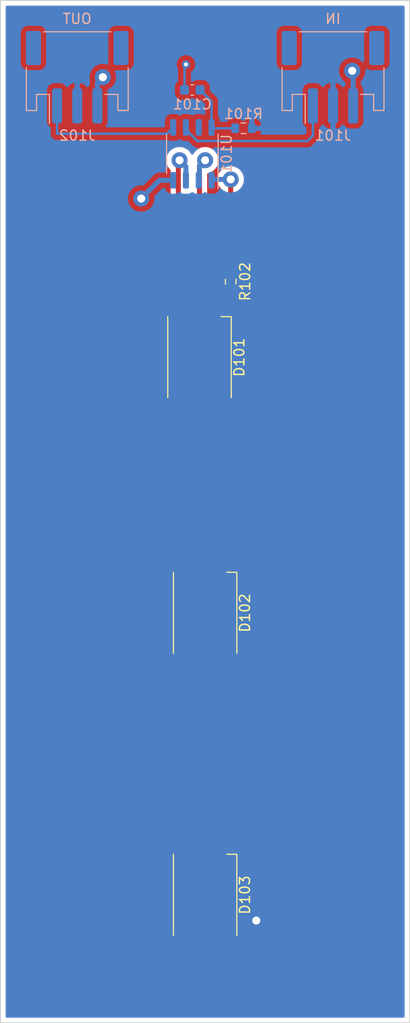
<source format=kicad_pcb>
(kicad_pcb (version 20211014) (generator pcbnew)
  (layers (0 "F.Cu" signal) (31 "B.Cu" signal) (34 "B.Paste" user) (35 "F.Paste" user) (36 "B.SilkS" user "B.Silkscreen") (37 "F.SilkS" user "F.Silkscreen") (38 "B.Mask" user) (39 "F.Mask" user) (44 "Edge.Cuts" user))
  (net 0 "")
  (net 1 "GND")
  (net 2 "Net-(C101-Pad2)")
  (net 3 "Net-(D101-Pad1)")
  (net 4 "Net-(D101-Pad2)")
  (net 5 "Net-(D101-Pad4)")
  (net 6 "Net-(D101-Pad5)")
  (net 7 "Net-(D101-Pad6)")
  (net 8 "Net-(D102-Pad4)")
  (net 9 "Net-(D102-Pad5)")
  (net 10 "Net-(D102-Pad6)")
  (net 11 "+12V")
  (net 12 "Net-(J101-Pad1)")
  (net 13 "Net-(J102-Pad1)")
  (net 14 "Net-(R102-Pad1)")
  (footprint "LED_SMD:LED_RGB_Cree-PLCC-6_6x5mm_P2.1mm" (layer "F.Cu") (at 123.9 73.57 -90)
    (fp_text reference "D101" (at 0 -3.95 90) (layer "F.SilkS"))
    (fp_text value "LED_RGB")
    (fp_line (start -4.05 -2.15) (end -4.05 -3.15) (layer "F.SilkS") (width 0.12))
    (fp_line (start -4.05 3.15) (end 4 3.15) (layer "F.SilkS") (width 0.12))
    (fp_line (start -4.05 -3.15) (end 4 -3.15) (layer "F.SilkS") (width 0.12))
    (pad "1" smd rect (at -2.45 -2.1 270) (size 2.6 1.6) (layers "F.Cu" "F.Paste" "F.Mask") (net 3 "Net-(D101-Pad1)"))
    (pad "2" smd rect (at -2.45 0 270) (size 2.6 1.6) (layers "F.Cu" "F.Paste" "F.Mask") (net 4 "Net-(D101-Pad2)"))
    (pad "3" smd rect (at -2.45 2.1 270) (size 2.6 1.6) (layers "F.Cu" "F.Paste" "F.Mask") (net 4 "Net-(D101-Pad2)"))
    (pad "4" smd rect (at 2.45 2.1 270) (size 2.6 1.6) (layers "F.Cu" "F.Paste" "F.Mask") (net 5 "Net-(D101-Pad4)"))
    (pad "5" smd rect (at 2.45 0 270) (size 2.6 1.6) (layers "F.Cu" "F.Paste" "F.Mask") (net 6 "Net-(D101-Pad5)"))
    (pad "6" smd rect (at 2.45 -2.1 270) (size 2.6 1.6) (layers "F.Cu" "F.Paste" "F.Mask") (net 7 "Net-(D101-Pad6)"))
  )
  (footprint "LED_SMD:LED_RGB_Cree-PLCC-6_6x5mm_P2.1mm" (layer "F.Cu") (at 124.46 98.97 -90)
    (fp_text reference "D102" (at 0 -3.95 90) (layer "F.SilkS"))
    (fp_text value "LED_RGB")
    (fp_line (start -4.05 -2.15) (end -4.05 -3.15) (layer "F.SilkS") (width 0.12))
    (fp_line (start -4.05 -3.15) (end 4 -3.15) (layer "F.SilkS") (width 0.12))
    (fp_line (start -4.05 3.15) (end 4 3.15) (layer "F.SilkS") (width 0.12))
    (pad "1" smd rect (at -2.45 -2.1 270) (size 2.6 1.6) (layers "F.Cu" "F.Paste" "F.Mask") (net 7 "Net-(D101-Pad6)"))
    (pad "2" smd rect (at -2.45 0 270) (size 2.6 1.6) (layers "F.Cu" "F.Paste" "F.Mask") (net 6 "Net-(D101-Pad5)"))
    (pad "3" smd rect (at -2.45 2.1 270) (size 2.6 1.6) (layers "F.Cu" "F.Paste" "F.Mask") (net 5 "Net-(D101-Pad4)"))
    (pad "4" smd rect (at 2.45 2.1 270) (size 2.6 1.6) (layers "F.Cu" "F.Paste" "F.Mask") (net 8 "Net-(D102-Pad4)"))
    (pad "5" smd rect (at 2.45 0 270) (size 2.6 1.6) (layers "F.Cu" "F.Paste" "F.Mask") (net 9 "Net-(D102-Pad5)"))
    (pad "6" smd rect (at 2.45 -2.1 270) (size 2.6 1.6) (layers "F.Cu" "F.Paste" "F.Mask") (net 10 "Net-(D102-Pad6)"))
  )
  (footprint "Resistor_SMD:R_0603_1608Metric" (layer "F.Cu") (at 127 66.04 -90)
    (fp_text reference "R102" (at 0 -1.43 90) (layer "F.SilkS"))
    (fp_text value "500")
    (fp_line (start -0.237258 0.5225) (end 0.237258 0.5225) (layer "F.SilkS") (width 0.12))
    (fp_line (start -0.237258 -0.5225) (end 0.237258 -0.5225) (layer "F.SilkS") (width 0.12))
    (pad "1" smd roundrect (at -0.825 0 270) (size 0.8 0.95) (layers "F.Cu" "F.Paste" "F.Mask") (net 14 "Net-(R102-Pad1)"))
    (pad "2" smd roundrect (at 0.825 0 270) (size 0.8 0.95) (layers "F.Cu" "F.Paste" "F.Mask") (net 3 "Net-(D101-Pad1)"))
  )
  (footprint "LED_SMD:LED_RGB_Cree-PLCC-6_6x5mm_P2.1mm" (layer "F.Cu") (at 124.46 127 -90)
    (fp_text reference "D103" (at 0 -3.95 90) (layer "F.SilkS"))
    (fp_text value "LED_RGB")
    (fp_line (start -4.05 -2.15) (end -4.05 -3.15) (layer "F.SilkS") (width 0.12))
    (fp_line (start -4.05 3.15) (end 4 3.15) (layer "F.SilkS") (width 0.12))
    (fp_line (start -4.05 -3.15) (end 4 -3.15) (layer "F.SilkS") (width 0.12))
    (pad "1" smd rect (at -2.45 -2.1 270) (size 2.6 1.6) (layers "F.Cu" "F.Paste" "F.Mask") (net 10 "Net-(D102-Pad6)"))
    (pad "2" smd rect (at -2.45 0 270) (size 2.6 1.6) (layers "F.Cu" "F.Paste" "F.Mask") (net 9 "Net-(D102-Pad5)"))
    (pad "3" smd rect (at -2.45 2.1 270) (size 2.6 1.6) (layers "F.Cu" "F.Paste" "F.Mask") (net 8 "Net-(D102-Pad4)"))
    (pad "4" smd rect (at 2.45 2.1 270) (size 2.6 1.6) (layers "F.Cu" "F.Paste" "F.Mask") (net 11 "+12V"))
    (pad "5" smd rect (at 2.45 0 270) (size 2.6 1.6) (layers "F.Cu" "F.Paste" "F.Mask") (net 11 "+12V"))
    (pad "6" smd rect (at 2.45 -2.1 270) (size 2.6 1.6) (layers "F.Cu" "F.Paste" "F.Mask") (net 11 "+12V"))
  )
  (footprint "Connector_JST:JST_PH_S3B-PH-SM4-TB_1x03-1MP_P2.00mm_Horizontal" (layer "B.Cu") (at 111.76 45.72)
    (fp_text reference "J102" (at 0 5.8) (layer "B.SilkS") (effects (justify mirror)))
    (fp_text value "OUT" (at 0 -5.8) (layer "B.SilkS") (effects (justify mirror)))
    (fp_line (start -5.06 3.31) (end -4.04 3.31) (layer "B.SilkS") (width 0.12))
    (fp_line (start -4.04 1.71) (end -2.76 1.71) (layer "B.SilkS") (width 0.12))
    (fp_line (start -3.34 -4.51) (end 3.34 -4.51) (layer "B.SilkS") (width 0.12))
    (fp_line (start -5.06 -0.94) (end -5.06 3.31) (layer "B.SilkS") (width 0.12))
    (fp_line (start 4.04 1.71) (end 2.76 1.71) (layer "B.SilkS") (width 0.12))
    (fp_line (start 5.06 -0.94) (end 5.06 3.31) (layer "B.SilkS") (width 0.12))
    (fp_line (start -4.04 3.31) (end -4.04 1.71) (layer "B.SilkS") (width 0.12))
    (fp_line (start -2.76 1.71) (end -2.76 4.6) (layer "B.SilkS") (width 0.12))
    (fp_line (start 5.06 3.31) (end 4.04 3.31) (layer "B.SilkS") (width 0.12))
    (fp_line (start 4.04 3.31) (end 4.04 1.71) (layer "B.SilkS") (width 0.12))
    (pad "1" smd roundrect (at -2 2.85) (size 1 3.5) (layers "B.Cu" "B.Paste" "B.Mask") (net 13 "Net-(J102-Pad1)"))
    (pad "2" smd roundrect (at 0 2.85) (size 1 3.5) (layers "B.Cu" "B.Paste" "B.Mask") (net 11 "+12V"))
    (pad "3" smd roundrect (at 2 2.85) (size 1 3.5) (layers "B.Cu" "B.Paste" "B.Mask") (net 1 "GND"))
    (pad "MP" smd roundrect (at 4.35 -2.9) (size 1.5 3.4) (layers "B.Cu" "B.Paste" "B.Mask") (roundrect_rratio 0.166667))
    (pad "MP" smd roundrect (at -4.35 -2.9) (size 1.5 3.4) (layers "B.Cu" "B.Paste" "B.Mask") (roundrect_rratio 0.166667))
  )
  (footprint "Package_SO:SOP-8_3.9x4.9mm_P1.27mm" (layer "B.Cu") (at 123.19 53.34 90)
    (fp_text reference "U101" (at 0 3.4 90) (layer "B.SilkS") (effects (justify mirror)))
    (fp_text value "WS2811")
    (fp_line (start 0 -2.56) (end 1.95 -2.56) (layer "B.SilkS") (width 0.12))
    (fp_line (start 0 2.56) (end 1.95 2.56) (layer "B.SilkS") (width 0.12))
    (fp_line (start 0 2.56) (end -3.45 2.56) (layer "B.SilkS") (width 0.12))
    (fp_line (start 0 -2.56) (end -1.95 -2.56) (layer "B.SilkS") (width 0.12))
    (pad "1" smd roundrect (at -2.625 1.905 90) (size 1.65 0.6) (layers "B.Cu" "B.Paste" "B.Mask") (net 14 "Net-(R102-Pad1)"))
    (pad "2" smd roundrect (at -2.625 0.635 90) (size 1.65 0.6) (layers "B.Cu" "B.Paste" "B.Mask") (net 4 "Net-(D101-Pad2)"))
    (pad "3" smd roundrect (at -2.625 -0.635 90) (size 1.65 0.6) (layers "B.Cu" "B.Paste" "B.Mask") (net 4 "Net-(D101-Pad2)"))
    (pad "4" smd roundrect (at -2.625 -1.905 90) (size 1.65 0.6) (layers "B.Cu" "B.Paste" "B.Mask") (net 1 "GND"))
    (pad "5" smd roundrect (at 2.625 -1.905 90) (size 1.65 0.6) (layers "B.Cu" "B.Paste" "B.Mask") (net 13 "Net-(J102-Pad1)"))
    (pad "6" smd roundrect (at 2.625 -0.635 90) (size 1.65 0.6) (layers "B.Cu" "B.Paste" "B.Mask") (net 12 "Net-(J101-Pad1)"))
    (pad "7" smd roundrect (at 2.625 0.635 90) (size 1.65 0.6) (layers "B.Cu" "B.Paste" "B.Mask"))
    (pad "8" smd roundrect (at 2.625 1.905 90) (size 1.65 0.6) (layers "B.Cu" "B.Paste" "B.Mask") (net 2 "Net-(C101-Pad2)"))
  )
  (footprint "Connector_JST:JST_PH_S3B-PH-SM4-TB_1x03-1MP_P2.00mm_Horizontal" (layer "B.Cu") (at 137.16 45.72)
    (fp_text reference "J101" (at 0 5.8) (layer "B.SilkS") (effects (justify mirror)))
    (fp_text value "IN" (at 0 -5.8) (layer "B.SilkS") (effects (justify mirror)))
    (fp_line (start -5.06 -0.94) (end -5.06 3.31) (layer "B.SilkS") (width 0.12))
    (fp_line (start -5.06 3.31) (end -4.04 3.31) (layer "B.SilkS") (width 0.12))
    (fp_line (start 4.04 3.31) (end 4.04 1.71) (layer "B.SilkS") (width 0.12))
    (fp_line (start -2.76 1.71) (end -2.76 4.6) (layer "B.SilkS") (width 0.12))
    (fp_line (start -4.04 1.71) (end -2.76 1.71) (layer "B.SilkS") (width 0.12))
    (fp_line (start 5.06 -0.94) (end 5.06 3.31) (layer "B.SilkS") (width 0.12))
    (fp_line (start -3.34 -4.51) (end 3.34 -4.51) (layer "B.SilkS") (width 0.12))
    (fp_line (start -4.04 3.31) (end -4.04 1.71) (layer "B.SilkS") (width 0.12))
    (fp_line (start 5.06 3.31) (end 4.04 3.31) (layer "B.SilkS") (width 0.12))
    (fp_line (start 4.04 1.71) (end 2.76 1.71) (layer "B.SilkS") (width 0.12))
    (pad "1" smd roundrect (at -2 2.85) (size 1 3.5) (layers "B.Cu" "B.Paste" "B.Mask") (net 12 "Net-(J101-Pad1)"))
    (pad "2" smd roundrect (at 0 2.85) (size 1 3.5) (layers "B.Cu" "B.Paste" "B.Mask") (net 11 "+12V"))
    (pad "3" smd roundrect (at 2 2.85) (size 1 3.5) (layers "B.Cu" "B.Paste" "B.Mask") (net 1 "GND"))
    (pad "MP" smd roundrect (at -4.35 -2.9) (size 1.5 3.4) (layers "B.Cu" "B.Paste" "B.Mask") (roundrect_rratio 0.166667))
    (pad "MP" smd roundrect (at 4.35 -2.9) (size 1.5 3.4) (layers "B.Cu" "B.Paste" "B.Mask") (roundrect_rratio 0.166667))
  )
  (footprint "Capacitor_SMD:C_0603_1608Metric" (layer "B.Cu") (at 123.19 46.99)
    (fp_text reference "C101" (at 0 1.43) (layer "B.SilkS") (effects (justify mirror)))
    (fp_text value "1 uf")
    (fp_line (start -0.14058 0.51) (end 0.14058 0.51) (layer "B.SilkS") (width 0.12))
    (fp_line (start -0.14058 -0.51) (end 0.14058 -0.51) (layer "B.SilkS") (width 0.12))
    (pad "1" smd roundrect (at -0.775 0) (size 0.9 0.95) (layers "B.Cu" "B.Paste" "B.Mask") (net 1 "GND"))
    (pad "2" smd roundrect (at 0.775 0) (size 0.9 0.95) (layers "B.Cu" "B.Paste" "B.Mask") (net 2 "Net-(C101-Pad2)"))
  )
  (footprint "Resistor_SMD:R_0603_1608Metric" (layer "B.Cu") (at 128.27 50.8 180)
    (fp_text reference "R101" (at 0 1.43) (layer "B.SilkS") (effects (justify mirror)))
    (fp_text value "2.7K")
    (fp_line (start -0.237258 0.5225) (end 0.237258 0.5225) (layer "B.SilkS") (width 0.12))
    (fp_line (start -0.237258 -0.5225) (end 0.237258 -0.5225) (layer "B.SilkS") (width 0.12))
    (pad "1" smd roundrect (at -0.825 0 180) (size 0.8 0.95) (layers "B.Cu" "B.Paste" "B.Mask") (net 11 "+12V"))
    (pad "2" smd roundrect (at 0.825 0 180) (size 0.8 0.95) (layers "B.Cu" "B.Paste" "B.Mask") (net 2 "Net-(C101-Pad2)"))
  )
  (gr_rect (start 104.14 38.1) (end 144.78 139.7) (layer "Edge.Cuts") (width 0.1) (fill none))
  (via (at 118.11 57.785) (size 1.6) (drill 0.8) (layers "F.Cu" "B.Cu") (net 1))
  (via (at 139.065 45.085) (size 1.6) (drill 0.8) (layers "F.Cu" "B.Cu") (net 1))
  (via (at 122.555 44.45) (size 0.8) (drill 0.4) (layers "F.Cu" "B.Cu") (net 1))
  (via (at 114.3 45.72) (size 1.6) (drill 0.8) (layers "F.Cu" "B.Cu") (net 1))
  (segment (start 139.16 48.57) (end 139.16 45.18) (width 0.5) (layer "B.Cu") (net 1))
  (segment (start 113.76 48.57) (end 113.76 46.26) (width 0.5) (layer "B.Cu") (net 1))
  (segment (start 122.415 46.99) (end 122.415 44.59) (width 0.25) (layer "B.Cu") (net 1))
  (segment (start 121.285 55.965) (end 119.93 55.965) (width 0.5) (layer "B.Cu") (net 1))
  (segment (start 119.93 55.965) (end 118.11 57.785) (width 0.5) (layer "B.Cu") (net 1))
  (segment (start 139.16 45.18) (end 139.065 45.085) (width 0.25) (layer "B.Cu") (net 1))
  (segment (start 122.415 44.59) (end 122.555 44.45) (width 0.25) (layer "B.Cu") (net 1))
  (segment (start 113.76 46.26) (end 114.3 45.72) (width 0.5) (layer "B.Cu") (net 1))
  (segment (start 125.095 50.715) (end 125.095 48.12) (width 0.25) (layer "B.Cu") (net 2))
  (segment (start 125.095 48.12) (end 123.965 46.99) (width 0.25) (layer "B.Cu") (net 2))
  (segment (start 127.445 50.8) (end 125.18 50.8) (width 0.25) (layer "B.Cu") (net 2))
  (segment (start 125.18 50.8) (end 125.095 50.715) (width 0.25) (layer "B.Cu") (net 2))
  (segment (start 126 67.865) (end 127 66.865) (width 0.5) (layer "F.Cu") (net 3))
  (segment (start 126 71.12) (end 126 67.865) (width 0.5) (layer "F.Cu") (net 3))
  (segment (start 121.92 53.975) (end 121.8 54.095) (width 0.25) (layer "F.Cu") (net 4))
  (segment (start 121.8 54.095) (end 121.8 71.12) (width 0.5) (layer "F.Cu") (net 4))
  (segment (start 123.9 71.12) (end 123.9 54.535) (width 0.5) (layer "F.Cu") (net 4))
  (segment (start 124.46 53.975) (end 123.9 54.535) (width 0.5) (layer "F.Cu") (net 4))
  (via (at 121.92 53.975) (size 1.6) (drill 0.8) (layers "F.Cu" "B.Cu") (net 4))
  (via (at 124.46 53.975) (size 1.6) (drill 0.8) (layers "F.Cu" "B.Cu") (net 4))
  (segment (start 122.555 54.61) (end 122.555 55.965) (width 0.5) (layer "B.Cu") (net 4))
  (segment (start 123.9 55.89) (end 123.825 55.965) (width 0.25) (layer "B.Cu") (net 4))
  (segment (start 123.9 54.535) (end 123.9 55.89) (width 0.5) (layer "B.Cu") (net 4))
  (segment (start 124.46 53.975) (end 123.9 54.535) (width 0.5) (layer "B.Cu") (net 4))
  (segment (start 121.92 53.975) (end 122.555 54.61) (width 0.5) (layer "B.Cu") (net 4))
  (segment (start 122.36 76.58) (end 121.8 76.02) (width 0.5) (layer "F.Cu") (net 5))
  (segment (start 122.36 96.52) (end 122.36 76.58) (width 0.5) (layer "F.Cu") (net 5))
  (segment (start 124.46 76.58) (end 123.9 76.02) (width 0.5) (layer "F.Cu") (net 6))
  (segment (start 124.46 96.52) (end 124.46 76.58) (width 0.5) (layer "F.Cu") (net 6))
  (segment (start 126.56 96.52) (end 126.56 76.58) (width 0.5) (layer "F.Cu") (net 7))
  (segment (start 126.56 76.58) (end 126 76.02) (width 0.5) (layer "F.Cu") (net 7))
  (segment (start 122.36 124.55) (end 122.36 101.42) (width 0.5) (layer "F.Cu") (net 8))
  (segment (start 124.46 124.55) (end 124.46 101.42) (width 0.5) (layer "F.Cu") (net 9))
  (segment (start 126.56 124.55) (end 126.56 101.42) (width 0.5) (layer "F.Cu") (net 10))
  (segment (start 122.36 129.45) (end 124.46 129.45) (width 0.5) (layer "F.Cu") (net 11))
  (segment (start 126.56 129.45) (end 129.45 129.45) (width 0.5) (layer "F.Cu") (net 11))
  (segment (start 129.45 129.45) (end 129.54 129.54) (width 0.5) (layer "F.Cu") (net 11))
  (segment (start 124.46 129.45) (end 126.56 129.45) (width 0.5) (layer "F.Cu") (net 11))
  (via (at 129.54 129.54) (size 1.6) (drill 0.8) (layers "F.Cu" "B.Cu") (net 11))
  (segment (start 123.683249 52.07) (end 134.62 52.07) (width 0.25) (layer "B.Cu") (net 12))
  (segment (start 122.555 50.715) (end 122.555 50.941751) (width 0.25) (layer "B.Cu") (net 12))
  (segment (start 135.16 51.53) (end 135.16 48.57) (width 0.25) (layer "B.Cu") (net 12))
  (segment (start 134.62 52.07) (end 135.16 51.53) (width 0.25) (layer "B.Cu") (net 12))
  (segment (start 122.555 50.941751) (end 123.683249 52.07) (width 0.25) (layer "B.Cu") (net 12))
  (segment (start 109.76 51.34) (end 120.66 51.34) (width 0.25) (layer "B.Cu") (net 13))
  (segment (start 109.76 48.57) (end 109.76 51.34) (width 0.25) (layer "B.Cu") (net 13))
  (segment (start 120.66 51.34) (end 121.285 50.715) (width 0.25) (layer "B.Cu") (net 13))
  (segment (start 127 65.215) (end 127 55.88) (width 0.5) (layer "F.Cu") (net 14))
  (via (at 127 55.88) (size 1.6) (drill 0.8) (layers "F.Cu" "B.Cu") (net 14))
  (segment (start 127 55.88) (end 125.18 55.88) (width 0.5) (layer "B.Cu") (net 14))
  (segment (start 125.18 55.88) (end 125.095 55.965) (width 0.25) (layer "B.Cu") (net 14))
  (zone (net 1) (net_name "GND") (layer "F.Cu") (connect_pads (clearance 0.508)) (min_thickness 0.254) (fill yes (thermal_gap 0.508) (thermal_bridge_width 0.508))
    (polygon (pts (xy 144.78 139.7) (xy 104.14 139.7) (xy 104.14 38.1) (xy 144.78 38.1)))
  )
  (zone (net 11) (net_name "+12V") (layer "B.Cu") (connect_pads (clearance 0.508)) (min_thickness 0.254) (fill yes (thermal_gap 0.508) (thermal_bridge_width 0.508))
    (polygon (pts (xy 144.78 139.7) (xy 104.14 139.7) (xy 104.14 38.1) (xy 144.78 38.1)))
  )
)
</source>
